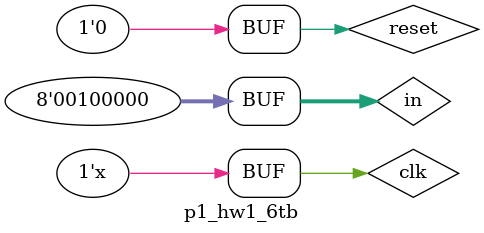
<source format=v>
`timescale 1ns / 1ps


module p1_hw1_6tb;

	// Inputs
	reg clk;
	reg reset;
	reg [7:0] in;

	// Outputs
	wire result;

	// Instantiate the Unit Under Test (UUT)
	BlockChecker uut (
		.clk(clk), 
		.reset(reset), 
		.in(in), 
		.result(result)
	);
	always #1 clk = ~clk;
	initial begin
		// Initialize Inputs
		clk = 0;
		reset = 0;
		in = " ";

		// Wait 100 ns for global reset to finish
		#101;
      in = "B";
		#2
		in = "e";
		#2
		in = "g";
		#2
		in = "I";
		#2
		in = "N";
		#2
		in = "B";
		#2
		in = "e";
		#2
		in = "g";
		#2
		in = "I";
		#2
		in = "N";
		#2
		in = " ";
		#2
		in = "B";
		#2
		in = "e";
		#2
		in = "g";
		#2
		in = "I";
		#2
		in = "N";
		#2
		in = " ";
		#2
		in = "e";
		#2
		in = "g";
		#2
		in = "I";
		#2
		in = "N";
		#2
		in = "e";
		#2
		in = "n";
		#2
		in = "d";
		#2
		in = " ";
		#2
		in = "e";
		#2
		in = "n";
		#2
		in = "D";
		#2
		in = " ";




		// Add stimulus here

	end
      
endmodule


</source>
